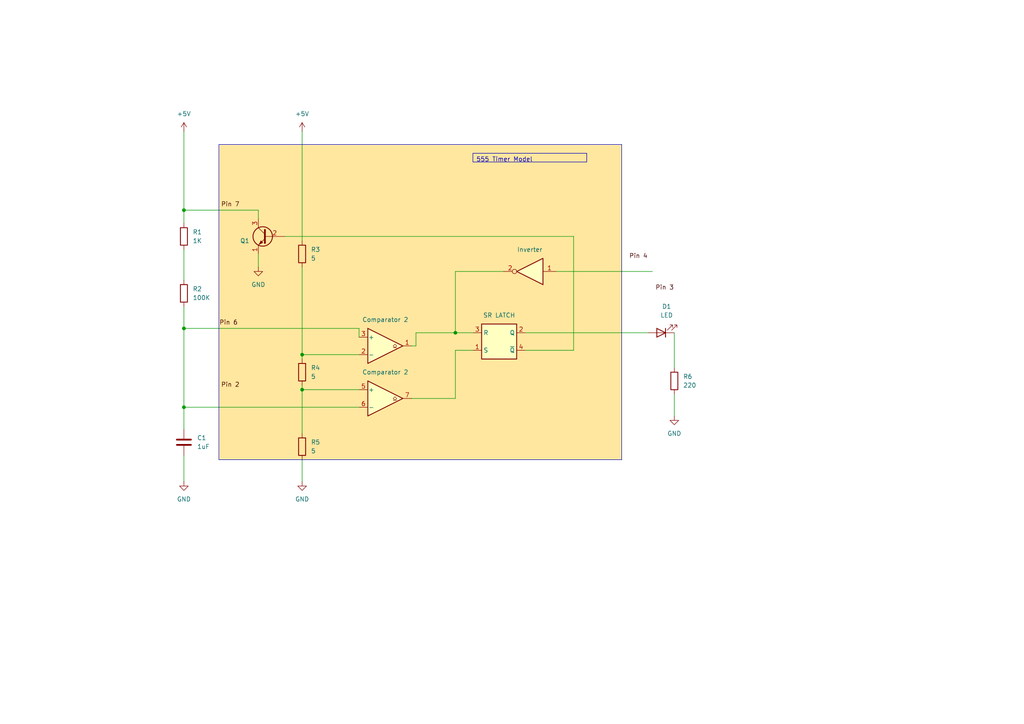
<source format=kicad_sch>
(kicad_sch (version 20231120) (generator "eeschema") (generator_version "8.0")
  (paper "A4")
  (lib_symbols
    (symbol "74xx:74LS04"
      (property "Reference" "U" (at 0 1.27 0))
      (property "Value" "74LS04" (at 0 -1.27 0))
      (symbol "74LS04_1_0"
        (polyline (pts (xy -3.81 3.81) (xy -3.81 -3.81) (xy 3.81 0) (xy -3.81 3.81)) (stroke (width 0.254)) (fill (type background)))
        (pin input line (at -7.62 0 0) (length 3.81) (name "~") (number "1"))
        (pin output inverted (at 7.62 0 180) (length 3.81) (name "~") (number "2"))
      )
      (symbol "74LS04_2_0"
        (polyline (pts (xy -3.81 3.81) (xy -3.81 -3.81) (xy 3.81 0) (xy -3.81 3.81)) (stroke (width 0.254)) (fill (type background)))
        (pin input line (at -7.62 0 0) (length 3.81) (name "~") (number "3"))
        (pin output inverted (at 7.62 0 180) (length 3.81) (name "~") (number "4"))
      )
      (symbol "74LS04_3_0"
        (polyline (pts (xy -3.81 3.81) (xy -3.81 -3.81) (xy 3.81 0) (xy -3.81 3.81)) (stroke (width 0.254)) (fill (type background)))
        (pin input line (at -7.62 0 0) (length 3.81) (name "~") (number "5"))
        (pin output inverted (at 7.62 0 180) (length 3.81) (name "~") (number "6"))
      )
      (symbol "74LS04_4_0"
        (polyline (pts (xy -3.81 3.81) (xy -3.81 -3.81) (xy 3.81 0) (xy -3.81 3.81)) (stroke (width 0.254)) (fill (type background)))
        (pin output inverted (at 7.62 0 180) (length 3.81) (name "~") (number "8"))
        (pin input line (at -7.62 0 0) (length 3.81) (name "~") (number "9"))
      )
      (symbol "74LS04_5_0"
        (polyline (pts (xy -3.81 3.81) (xy -3.81 -3.81) (xy 3.81 0) (xy -3.81 3.81)) (stroke (width 0.254)) (fill (type background)))
        (pin output inverted (at 7.62 0 180) (length 3.81) (name "~") (number "10"))
        (pin input line (at -7.62 0 0) (length 3.81) (name "~") (number "11"))
      )
      (symbol "74LS04_6_0"
        (polyline (pts (xy -3.81 3.81) (xy -3.81 -3.81) (xy 3.81 0) (xy -3.81 3.81)) (stroke (width 0.254)) (fill (type background)))
        (pin output inverted (at 7.62 0 180) (length 3.81) (name "~") (number "12"))
        (pin input line (at -7.62 0 0) (length 3.81) (name "~") (number "13"))
      )
      (symbol "74LS04_7_0"
        (pin power_in line (at 0 12.7 270) (length 5.08) (name "VCC") (number "14"))
        (pin power_in line (at 0 -12.7 90) (length 5.08) (name "GND") (number "7"))
      )
      (symbol "74LS04_7_1"
        (rectangle (start -5.08 7.62) (end 5.08 -7.62) (stroke (width 0.254)) (fill (type background)))
      )
    )
    (symbol "Comparator:LMV393" (pin_names (offset 0.127))
      (property "Reference" "U" (at 3.81 3.81 0))
      (property "Value" "LMV393" (at 6.35 -3.81 0))
      (symbol "LMV393_1_1"
        (polyline (pts (xy -5.08 5.08) (xy 5.08 0) (xy -5.08 -5.08) (xy -5.08 5.08)) (stroke (width 0.254)) (fill (type background)))
        (polyline (pts (xy 3.302 -0.508) (xy 2.794 -0.508) (xy 3.302 0) (xy 2.794 0.508) (xy 2.286 0) (xy 2.794 -0.508) (xy 2.286 -0.508)) (stroke (width 0.127)))
        (pin open_collector line (at 7.62 0 180) (length 2.54) (name "~") (number "1"))
        (pin input line (at -7.62 -2.54 0) (length 2.54) (name "-") (number "2"))
        (pin input line (at -7.62 2.54 0) (length 2.54) (name "+") (number "3"))
      )
      (symbol "LMV393_2_1"
        (polyline (pts (xy -5.08 5.08) (xy 5.08 0) (xy -5.08 -5.08) (xy -5.08 5.08)) (stroke (width 0.254)) (fill (type background)))
        (polyline (pts (xy 3.302 -0.508) (xy 2.794 -0.508) (xy 3.302 0) (xy 2.794 0.508) (xy 2.286 0) (xy 2.794 -0.508) (xy 2.286 -0.508)) (stroke (width 0.127)))
        (pin input line (at -7.62 2.54 0) (length 2.54) (name "+") (number "5"))
        (pin input line (at -7.62 -2.54 0) (length 2.54) (name "-") (number "6"))
        (pin open_collector line (at 7.62 0 180) (length 2.54) (name "~") (number "7"))
      )
      (symbol "LMV393_3_1"
        (pin power_in line (at -2.54 -7.62 90) (length 3.81) (name "V-") (number "4"))
        (pin power_in line (at -2.54 7.62 270) (length 3.81) (name "V+") (number "8"))
      )
    )
    (symbol "Device:C" (pin_numbers hide) (pin_names (offset 0.254))
      (property "Reference" "C" (at 0.635 2.54 0))
      (property "Value" "C" (at 0.635 -2.54 0))
      (symbol "C_0_1"
        (polyline (pts (xy -2.032 -0.762) (xy 2.032 -0.762)) (stroke (width 0.508)))
        (polyline (pts (xy -2.032 0.762) (xy 2.032 0.762)) (stroke (width 0.508)))
      )
      (symbol "C_1_1"
        (pin passive line (at 0 3.81 270) (length 2.794) (name "~") (number "1"))
        (pin passive line (at 0 -3.81 90) (length 2.794) (name "~") (number "2"))
      )
    )
    (symbol "Device:LED" (pin_numbers hide) (pin_names (offset 1.016) hide)
      (property "Reference" "D" (at 0 2.54 0))
      (property "Value" "LED" (at 0 -2.54 0))
      (symbol "LED_0_1"
        (polyline (pts (xy -1.27 -1.27) (xy -1.27 1.27)) (stroke (width 0.254)))
        (polyline (pts (xy -1.27 0) (xy 1.27 0)))
        (polyline (pts (xy 1.27 -1.27) (xy 1.27 1.27) (xy -1.27 0) (xy 1.27 -1.27)) (stroke (width 0.254)))
        (polyline (pts (xy -3.048 -0.762) (xy -4.572 -2.286) (xy -3.81 -2.286) (xy -4.572 -2.286) (xy -4.572 -1.524)))
        (polyline (pts (xy -1.778 -0.762) (xy -3.302 -2.286) (xy -2.54 -2.286) (xy -3.302 -2.286) (xy -3.302 -1.524)))
      )
      (symbol "LED_1_1"
        (pin passive line (at -3.81 0 0) (length 2.54) (name "K") (number "1"))
        (pin passive line (at 3.81 0 180) (length 2.54) (name "A") (number "2"))
      )
    )
    (symbol "Device:R" (pin_numbers hide) (pin_names (offset 0))
      (property "Reference" "R" (at 2.032 0 90))
      (property "Value" "R" (at 0 0 90))
      (symbol "R_0_1"
        (rectangle (start -1.016 -2.54) (end 1.016 2.54) (stroke (width 0.254)))
      )
      (symbol "R_1_1"
        (pin passive line (at 0 3.81 270) (length 1.27) (name "~") (number "1"))
        (pin passive line (at 0 -3.81 90) (length 1.27) (name "~") (number "2"))
      )
    )
    (symbol "Symbols_Only:74LS279"
      (property "Reference" "U2" (at 0 10.16 0))
      (property "Value" "SR LATCH" (at 0 7.62 0))
      (symbol "74LS279_1_1"
        (rectangle (start -5.08 5.08) (end 5.08 -5.08) (stroke (width 0.254)) (fill (type background)))
        (pin input line (at -7.62 -2.54 0) (length 2.54) (name "S") (number "1"))
        (pin input line (at 7.62 2.54 180) (length 2.54) (name "Q") (number "2"))
        (pin input line (at -7.62 2.54 0) (length 2.54) (name "R") (number "3"))
        (pin output line (at 7.62 -2.54 180) (length 2.54) (name "~{Q}") (number "4"))
      )
      (symbol "74LS279_2_1"
        (rectangle (start -5.08 5.08) (end 5.08 -5.08) (stroke (width 0.254)) (fill (type background)))
        (pin input line (at -7.62 -2.54 0) (length 2.54) (name "~{R}") (number "5"))
        (pin input line (at -7.62 2.54 0) (length 2.54) (name "~{S}") (number "6"))
        (pin output line (at 7.62 0 180) (length 2.54) (name "Q") (number "7"))
      )
      (symbol "74LS279_3_1"
        (rectangle (start -5.08 5.08) (end 5.08 -5.08) (stroke (width 0.254)) (fill (type background)))
        (pin input line (at -7.62 -2.54 0) (length 2.54) (name "~{R}") (number "10"))
        (pin input line (at -7.62 2.54 0) (length 2.54) (name "~{S}") (number "11"))
        (pin input line (at -7.62 0 0) (length 2.54) (name "~{S}") (number "12"))
        (pin output line (at 7.62 0 180) (length 2.54) (name "Q") (number "9"))
      )
      (symbol "74LS279_4_1"
        (rectangle (start -5.08 5.08) (end 5.08 -5.08) (stroke (width 0.254)) (fill (type background)))
        (pin output line (at 7.62 0 180) (length 2.54) (name "Q") (number "13"))
        (pin input line (at -7.62 -2.54 0) (length 2.54) (name "~{R}") (number "14"))
        (pin input line (at -7.62 2.54 0) (length 2.54) (name "~{S}") (number "15"))
      )
      (symbol "74LS279_5_0"
        (pin power_in line (at 0 10.16 270) (length 2.54) (name "VCC") (number "16"))
        (pin power_in line (at 0 -10.16 90) (length 2.54) (name "GND") (number "8"))
      )
      (symbol "74LS279_5_1"
        (rectangle (start -5.08 7.62) (end 5.08 -7.62) (stroke (width 0.254)) (fill (type background)))
      )
    )
    (symbol "Transistor_BJT:BC107" (pin_names (offset 0) hide)
      (property "Reference" "Q" (at 5.08 1.905 0))
      (property "Value" "BC107" (at 5.08 0 0))
      (symbol "BC107_0_1"
        (polyline (pts (xy 0.635 0.635) (xy 2.54 2.54)))
        (polyline (pts (xy 0.635 -0.635) (xy 2.54 -2.54) (xy 2.54 -2.54)))
        (polyline (pts (xy 0.635 1.905) (xy 0.635 -1.905) (xy 0.635 -1.905)) (stroke (width 0.508)))
        (polyline (pts (xy 1.27 -1.778) (xy 1.778 -1.27) (xy 2.286 -2.286) (xy 1.27 -1.778) (xy 1.27 -1.778)) (fill (type outline)))
        (circle (center 1.27 0) (radius 2.8194) (stroke (width 0.254)))
      )
      (symbol "BC107_1_1"
        (pin passive line (at 2.54 -5.08 90) (length 2.54) (name "E") (number "1"))
        (pin input line (at -5.08 0 0) (length 5.715) (name "B") (number "2"))
        (pin passive line (at 2.54 5.08 270) (length 2.54) (name "C") (number "3"))
      )
    )
    (symbol "power:+5V" (power) (pin_numbers hide) (pin_names (offset 0) hide)
      (property "Value" "+5V" (at 0 3.556 0))
      (symbol "+5V_0_1"
        (polyline (pts (xy -0.762 1.27) (xy 0 2.54)))
        (polyline (pts (xy 0 0) (xy 0 2.54)))
        (polyline (pts (xy 0 2.54) (xy 0.762 1.27)))
      )
      (symbol "+5V_1_1"
        (pin power_in line (at 0 0 90) (length 0) (name "~") (number "1"))
      )
    )
    (symbol "power:GND" (power) (pin_numbers hide) (pin_names (offset 0) hide)
      (property "Value" "GND" (at 0 -3.81 0))
      (symbol "GND_0_1"
        (polyline (pts (xy 0 0) (xy 0 -1.27) (xy 1.27 -1.27) (xy 0 -2.54) (xy -1.27 -1.27) (xy 0 -1.27)))
      )
      (symbol "GND_1_1"
        (pin power_in line (at 0 0 270) (length 0) (name "~") (number "1"))
      )
    )
  )
  (junction (at 53.34 118.11))
  (junction (at 132.08 96.52))
  (junction (at 53.34 95.25))
  (junction (at 53.34 60.96))
  (junction (at 87.63 113.03))
  (junction (at 87.63 102.87))
  (wire (pts (xy 53.34 60.96) (xy 53.34 64.77)))
  (wire (pts (xy 104.14 95.25) (xy 104.14 97.79)))
  (wire (pts (xy 53.34 95.25) (xy 53.34 88.9)))
  (wire (pts (xy 187.96 96.52) (xy 152.4 96.52)))
  (wire (pts (xy 87.63 102.87) (xy 104.14 102.87)))
  (wire (pts (xy 87.63 111.76) (xy 87.63 113.03)))
  (wire (pts (xy 87.63 113.03) (xy 87.63 125.73)))
  (wire (pts (xy 87.63 38.1) (xy 87.63 69.85)))
  (wire (pts (xy 132.08 101.6) (xy 137.16 101.6)))
  (wire (pts (xy 146.05 78.74) (xy 132.08 78.74)))
  (wire (pts (xy 104.14 118.11) (xy 53.34 118.11)))
  (wire (pts (xy 120.65 100.33) (xy 120.65 96.52)))
  (wire (pts (xy 53.34 95.25) (xy 104.14 95.25)))
  (wire (pts (xy 152.4 101.6) (xy 166.37 101.6)))
  (wire (pts (xy 166.37 68.58) (xy 82.55 68.58)))
  (wire (pts (xy 87.63 102.87) (xy 87.63 104.14)))
  (wire (pts (xy 195.58 96.52) (xy 195.58 106.68)))
  (wire (pts (xy 132.08 78.74) (xy 132.08 96.52)))
  (wire (pts (xy 132.08 96.52) (xy 137.16 96.52)))
  (wire (pts (xy 74.93 73.66) (xy 74.93 77.47)))
  (wire (pts (xy 119.38 100.33) (xy 120.65 100.33)))
  (wire (pts (xy 74.93 60.96) (xy 74.93 63.5)))
  (wire (pts (xy 74.93 60.96) (xy 53.34 60.96)))
  (wire (pts (xy 132.08 101.6) (xy 132.08 115.57)))
  (wire (pts (xy 161.29 78.74) (xy 189.23 78.74)))
  (wire (pts (xy 87.63 113.03) (xy 104.14 113.03)))
  (wire (pts (xy 53.34 118.11) (xy 53.34 124.46)))
  (wire (pts (xy 53.34 132.08) (xy 53.34 139.7)))
  (wire (pts (xy 53.34 38.1) (xy 53.34 60.96)))
  (wire (pts (xy 87.63 133.35) (xy 87.63 139.7)))
  (wire (pts (xy 53.34 95.25) (xy 53.34 118.11)))
  (wire (pts (xy 132.08 115.57) (xy 119.38 115.57)))
  (wire (pts (xy 120.65 96.52) (xy 132.08 96.52)))
  (wire (pts (xy 87.63 77.47) (xy 87.63 102.87)))
  (wire (pts (xy 166.37 101.6) (xy 166.37 68.58)))
  (wire (pts (xy 195.58 114.3) (xy 195.58 120.65)))
  (wire (pts (xy 53.34 72.39) (xy 53.34 81.28)))
  (rectangle (start 63.5 41.91) (end 180.34 133.35) (fill (type color) (color 255 231 159 1)))
  (text_box "555 Timer Model\n" (at 137.16 44.45 0) (size 33.02 2.54) (effects (font (size 1.27 1.27)) (justify left top)))
  (text "Pin 7" (at 66.802 59.436 0) (effects (font (size 1.27 1.27))))
  (text "Pin 6" (at 66.294 93.726 0) (effects (font (size 1.27 1.27))))
  (text "Pin 3" (at 192.786 83.566 0) (effects (font (size 1.27 1.27))))
  (text "Pin 2" (at 66.802 111.76 0) (effects (font (size 1.27 1.27))))
  (text "Pin 4\n" (at 185.166 74.422 0) (effects (font (size 1.27 1.27))))
  (symbol (lib_id "Symbols_Only:74LS279") (at 144.78 99.06 0) (unit 1) (on_board no)
    (property "Reference" "U2" (effects (hide yes)))
    (property "Value" "SR LATCH" (at 144.78 91.44 0))
    (property "Datasheet" "https://www.ti.com/lit/gpn/sn54ls279a" (effects (hide yes)))
    (property "Description" "Quad SR latch, DIP-16/SOIC-16/SOIC-16W" (effects (hide yes)))
  )
  (symbol (lib_id "Comparator:LMV393") (at 111.76 115.57 0) (unit 2) (on_board no)
    (property "Reference" "U1" (effects (hide yes)))
    (property "Value" "Comparator 2" (at 111.76 107.95 0))
    (property "Datasheet" "http://www.ti.com/lit/ds/symlink/lmv331.pdf" (effects (hide yes)))
    (property "Description" "Dual General-Purpose Low-Voltage Comparator, SOIC-8/TSSOP-8/VSSOP-8" (effects (hide yes)))
  )
  (symbol (lib_id "Device:R") (at 87.63 73.66 0) (unit 1) (on_board no)
    (property "Reference" "R3" (at 90.17 72.3899 0) (effects (justify left)))
    (property "Value" "5" (at 90.17 74.9299 0) (effects (justify left)))
    (property "Description" "Resistor" (effects (hide yes)))
  )
  (symbol (lib_id "Comparator:LMV393") (at 111.76 100.33 0) (unit 1) (on_board no)
    (property "Reference" "U1" (effects (hide yes)))
    (property "Value" "Comparator 2" (at 111.76 92.71 0))
    (property "Datasheet" "http://www.ti.com/lit/ds/symlink/lmv331.pdf" (effects (hide yes)))
    (property "Description" "Dual General-Purpose Low-Voltage Comparator, SOIC-8/TSSOP-8/VSSOP-8" (effects (hide yes)))
  )
  (symbol (lib_id "Device:LED") (at 191.77 96.52 180) (unit 1) (on_board no)
    (property "Reference" "D1" (at 193.3575 88.9 0))
    (property "Value" "LED" (at 193.3575 91.44 0))
    (property "Description" "Light emitting diode" (effects (hide yes)))
  )
  (symbol (lib_id "Device:R") (at 87.63 129.54 0) (unit 1) (on_board no)
    (property "Reference" "R5" (at 90.17 128.2699 0) (effects (justify left)))
    (property "Value" "5" (at 90.17 130.8099 0) (effects (justify left)))
    (property "Description" "Resistor" (effects (hide yes)))
  )
  (symbol (lib_id "Device:R") (at 53.34 68.58 0) (unit 1) (on_board no)
    (property "Reference" "R1" (at 55.88 67.3099 0) (effects (justify left)))
    (property "Value" "1K" (at 55.88 69.8499 0) (effects (justify left)))
    (property "Description" "Resistor" (effects (hide yes)))
  )
  (symbol (lib_id "power:GND") (at 53.34 139.7 0) (unit 1) (on_board no)
    (property "Reference" "#PWR02" (effects (hide yes)))
    (property "Value" "GND" (at 53.34 144.78 0))
    (property "Description" "Power symbol creates a global label with name \"GND\" , ground" (effects (hide yes)))
  )
  (symbol (lib_id "power:+5V") (at 53.34 38.1 0) (unit 1) (on_board no)
    (property "Reference" "#PWR01" (effects (hide yes)))
    (property "Value" "+5V" (at 53.34 33.02 0))
    (property "Description" "Power symbol creates a global label with name \"+5V\"" (effects (hide yes)))
  )
  (symbol (lib_id "power:+5V") (at 87.63 38.1 0) (unit 1) (on_board no)
    (property "Reference" "#PWR04" (effects (hide yes)))
    (property "Value" "+5V" (at 87.63 33.02 0))
    (property "Description" "Power symbol creates a global label with name \"+5V\"" (effects (hide yes)))
  )
  (symbol (lib_id "Device:C") (at 53.34 128.27 0) (unit 1) (on_board no)
    (property "Reference" "C1" (at 57.15 126.9999 0) (effects (justify left)))
    (property "Value" "1uF" (at 57.15 129.5399 0) (effects (justify left)))
    (property "Description" "Unpolarized capacitor" (effects (hide yes)))
  )
  (symbol (lib_id "power:GND") (at 87.63 139.7 0) (unit 1) (on_board no)
    (property "Reference" "#PWR05" (effects (hide yes)))
    (property "Value" "GND" (at 87.63 144.78 0))
    (property "Description" "Power symbol creates a global label with name \"GND\" , ground" (effects (hide yes)))
  )
  (symbol (lib_id "power:GND") (at 74.93 77.47 0) (unit 1) (on_board no)
    (property "Reference" "#PWR03" (effects (hide yes)))
    (property "Value" "GND" (at 74.93 82.55 0))
    (property "Description" "Power symbol creates a global label with name \"GND\" , ground" (effects (hide yes)))
  )
  (symbol (lib_id "Device:R") (at 195.58 110.49 0) (unit 1) (on_board no)
    (property "Reference" "R6" (at 198.12 109.2199 0) (effects (justify left)))
    (property "Value" "220" (at 198.12 111.7599 0) (effects (justify left)))
    (property "Description" "Resistor" (effects (hide yes)))
  )
  (symbol (lib_id "Device:R") (at 53.34 85.09 0) (unit 1) (on_board no)
    (property "Reference" "R2" (at 55.88 83.8199 0) (effects (justify left)))
    (property "Value" "100K" (at 55.88 86.3599 0) (effects (justify left)))
    (property "Description" "Resistor" (effects (hide yes)))
  )
  (symbol (lib_id "Device:R") (at 87.63 107.95 0) (unit 1) (on_board no)
    (property "Reference" "R4" (at 90.17 106.6799 0) (effects (justify left)))
    (property "Value" "5" (at 90.17 109.2199 0) (effects (justify left)))
    (property "Description" "Resistor" (effects (hide yes)))
  )
  (symbol (lib_id "Transistor_BJT:BC107") (at 77.47 68.58 0) (mirror y) (unit 1) (on_board no)
    (property "Reference" "Q1" (at 72.39 69.8501 0) (effects (justify left)))
    (property "Value" "BC107" (effects (hide yes)))
    (property "Footprint" "Package_TO_SOT_THT:TO-18-3" (effects (hide yes)))
    (property "Datasheet" "http://www.b-kainka.de/Daten/Transistor/BC108.pdf" (effects (hide yes)))
    (property "Description" "0.1A Ic, 50V Vce, Low Noise General Purpose NPN Transistor, TO-18" (effects (hide yes)))
  )
  (symbol (lib_id "74xx:74LS04") (at 153.67 78.74 180) (unit 1) (on_board no)
    (property "Reference" "U11" (effects (hide yes)))
    (property "Value" "Inverter" (at 153.67 72.39 0))
    (property "Datasheet" "http://www.ti.com/lit/gpn/sn74LS04" (effects (hide yes)))
    (property "Description" "Hex Inverter" (effects (hide yes)))
  )
  (symbol (lib_id "power:GND") (at 195.58 120.65 0) (unit 1) (on_board no)
    (property "Reference" "#PWR06" (effects (hide yes)))
    (property "Value" "GND" (at 195.58 125.73 0))
    (property "Description" "Power symbol creates a global label with name \"GND\" , ground" (effects (hide yes)))
  )
)
</source>
